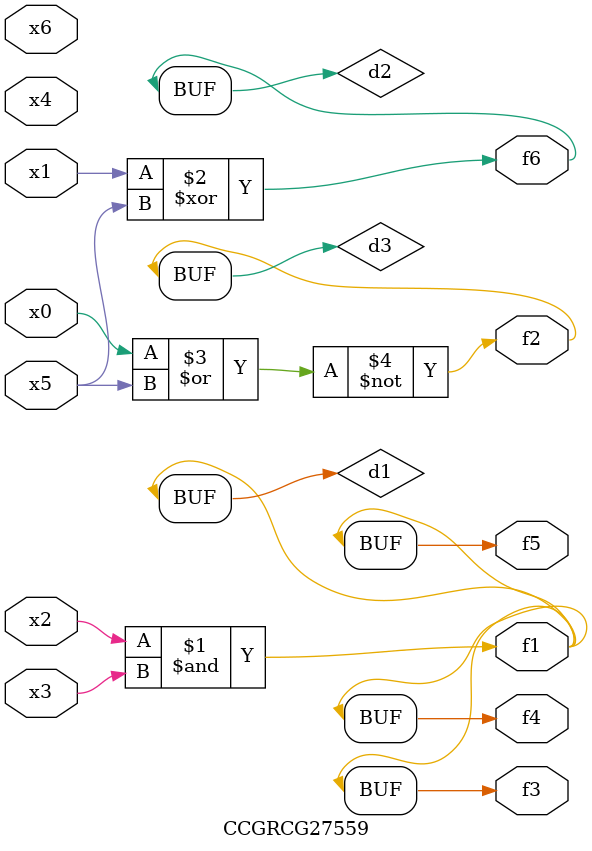
<source format=v>
module CCGRCG27559(
	input x0, x1, x2, x3, x4, x5, x6,
	output f1, f2, f3, f4, f5, f6
);

	wire d1, d2, d3;

	and (d1, x2, x3);
	xor (d2, x1, x5);
	nor (d3, x0, x5);
	assign f1 = d1;
	assign f2 = d3;
	assign f3 = d1;
	assign f4 = d1;
	assign f5 = d1;
	assign f6 = d2;
endmodule

</source>
